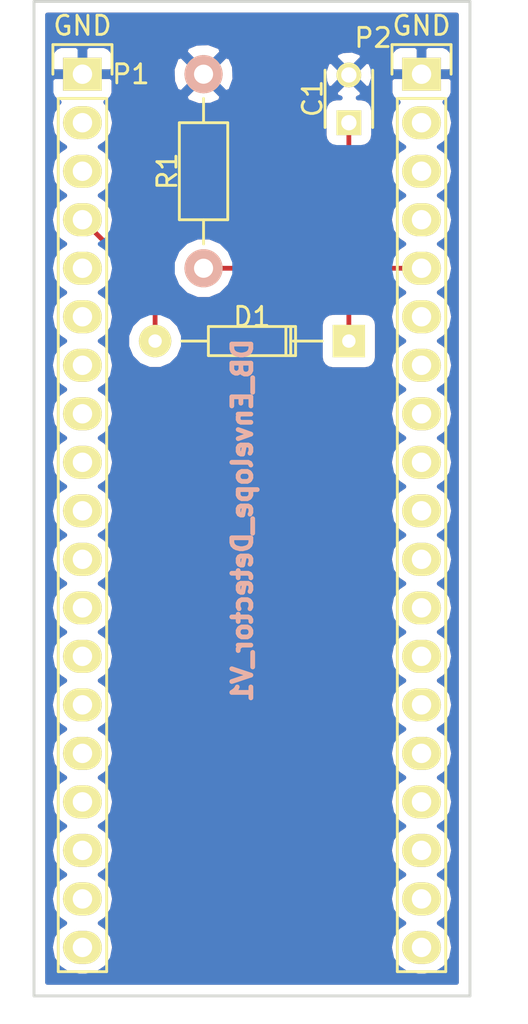
<source format=kicad_pcb>
(kicad_pcb (version 4) (host pcbnew 4.0.3+e1-6302~38~ubuntu16.04.1-stable)

  (general
    (links 7)
    (no_connects 0)
    (area 126.411667 101.524999 154.258334 155.38)
    (thickness 1.6)
    (drawings 5)
    (tracks 9)
    (zones 0)
    (modules 5)
    (nets 38)
  )

  (page A4)
  (layers
    (0 F.Cu signal)
    (31 B.Cu signal)
    (32 B.Adhes user)
    (33 F.Adhes user)
    (34 B.Paste user)
    (35 F.Paste user)
    (36 B.SilkS user)
    (37 F.SilkS user)
    (38 B.Mask user)
    (39 F.Mask user)
    (40 Dwgs.User user)
    (41 Cmts.User user)
    (42 Eco1.User user)
    (43 Eco2.User user)
    (44 Edge.Cuts user)
    (45 Margin user)
    (46 B.CrtYd user)
    (47 F.CrtYd user)
    (48 B.Fab user)
    (49 F.Fab user)
  )

  (setup
    (last_trace_width 0.25)
    (trace_clearance 0.2)
    (zone_clearance 0.508)
    (zone_45_only no)
    (trace_min 0.2)
    (segment_width 0.2)
    (edge_width 0.15)
    (via_size 0.6)
    (via_drill 0.4)
    (via_min_size 0.4)
    (via_min_drill 0.3)
    (uvia_size 0.3)
    (uvia_drill 0.1)
    (uvias_allowed no)
    (uvia_min_size 0.2)
    (uvia_min_drill 0.1)
    (pcb_text_width 0.3)
    (pcb_text_size 1 1)
    (mod_edge_width 0.15)
    (mod_text_size 1 1)
    (mod_text_width 0.15)
    (pad_size 1.524 1.524)
    (pad_drill 0.762)
    (pad_to_mask_clearance 0.2)
    (aux_axis_origin 0 0)
    (visible_elements 7FFFFFFF)
    (pcbplotparams
      (layerselection 0x000f0_80000001)
      (usegerberextensions false)
      (excludeedgelayer true)
      (linewidth 0.100000)
      (plotframeref false)
      (viasonmask false)
      (mode 1)
      (useauxorigin false)
      (hpglpennumber 1)
      (hpglpenspeed 20)
      (hpglpendiameter 15)
      (hpglpenoverlay 2)
      (psnegative false)
      (psa4output false)
      (plotreference true)
      (plotvalue true)
      (plotinvisibletext false)
      (padsonsilk false)
      (subtractmaskfromsilk false)
      (outputformat 1)
      (mirror false)
      (drillshape 0)
      (scaleselection 1)
      (outputdirectory gerber/))
  )

  (net 0 "")
  (net 1 "Net-(C1-Pad1)")
  (net 2 "Net-(D1-Pad2)")
  (net 3 "Net-(P1-Pad2)")
  (net 4 "Net-(P1-Pad3)")
  (net 5 "Net-(P1-Pad5)")
  (net 6 "Net-(P1-Pad6)")
  (net 7 "Net-(P1-Pad7)")
  (net 8 "Net-(P1-Pad8)")
  (net 9 "Net-(P1-Pad9)")
  (net 10 "Net-(P1-Pad10)")
  (net 11 "Net-(P1-Pad11)")
  (net 12 "Net-(P1-Pad12)")
  (net 13 "Net-(P1-Pad13)")
  (net 14 "Net-(P1-Pad14)")
  (net 15 "Net-(P1-Pad15)")
  (net 16 "Net-(P1-Pad16)")
  (net 17 "Net-(P1-Pad17)")
  (net 18 "Net-(P1-Pad18)")
  (net 19 "Net-(P1-Pad19)")
  (net 20 "Net-(P2-Pad2)")
  (net 21 "Net-(P2-Pad3)")
  (net 22 "Net-(P2-Pad4)")
  (net 23 "Net-(P2-Pad6)")
  (net 24 "Net-(P2-Pad7)")
  (net 25 "Net-(P2-Pad8)")
  (net 26 "Net-(P2-Pad9)")
  (net 27 "Net-(P2-Pad10)")
  (net 28 "Net-(P2-Pad11)")
  (net 29 "Net-(P2-Pad12)")
  (net 30 "Net-(P2-Pad13)")
  (net 31 "Net-(P2-Pad14)")
  (net 32 "Net-(P2-Pad15)")
  (net 33 "Net-(P2-Pad16)")
  (net 34 "Net-(P2-Pad17)")
  (net 35 "Net-(P2-Pad18)")
  (net 36 "Net-(P2-Pad19)")
  (net 37 GND)

  (net_class Default "This is the default net class."
    (clearance 0.2)
    (trace_width 0.25)
    (via_dia 0.6)
    (via_drill 0.4)
    (uvia_dia 0.3)
    (uvia_drill 0.1)
    (add_net GND)
    (add_net "Net-(C1-Pad1)")
    (add_net "Net-(D1-Pad2)")
    (add_net "Net-(P1-Pad10)")
    (add_net "Net-(P1-Pad11)")
    (add_net "Net-(P1-Pad12)")
    (add_net "Net-(P1-Pad13)")
    (add_net "Net-(P1-Pad14)")
    (add_net "Net-(P1-Pad15)")
    (add_net "Net-(P1-Pad16)")
    (add_net "Net-(P1-Pad17)")
    (add_net "Net-(P1-Pad18)")
    (add_net "Net-(P1-Pad19)")
    (add_net "Net-(P1-Pad2)")
    (add_net "Net-(P1-Pad3)")
    (add_net "Net-(P1-Pad5)")
    (add_net "Net-(P1-Pad6)")
    (add_net "Net-(P1-Pad7)")
    (add_net "Net-(P1-Pad8)")
    (add_net "Net-(P1-Pad9)")
    (add_net "Net-(P2-Pad10)")
    (add_net "Net-(P2-Pad11)")
    (add_net "Net-(P2-Pad12)")
    (add_net "Net-(P2-Pad13)")
    (add_net "Net-(P2-Pad14)")
    (add_net "Net-(P2-Pad15)")
    (add_net "Net-(P2-Pad16)")
    (add_net "Net-(P2-Pad17)")
    (add_net "Net-(P2-Pad18)")
    (add_net "Net-(P2-Pad19)")
    (add_net "Net-(P2-Pad2)")
    (add_net "Net-(P2-Pad3)")
    (add_net "Net-(P2-Pad4)")
    (add_net "Net-(P2-Pad6)")
    (add_net "Net-(P2-Pad7)")
    (add_net "Net-(P2-Pad8)")
    (add_net "Net-(P2-Pad9)")
  )

  (module Capacitors_ThroughHole:C_Disc_D3_P2.5 (layer F.Cu) (tedit 57B461C0) (tstamp 57AB4846)
    (at 144.78 107.95 90)
    (descr "Capacitor 3mm Disc, Pitch 2.5mm")
    (tags Capacitor)
    (path /57A4D575)
    (fp_text reference C1 (at 1.27 -1.905 90) (layer F.SilkS)
      (effects (font (size 1 1) (thickness 0.15)))
    )
    (fp_text value 10p (at 1.27 1.905 90) (layer F.Fab)
      (effects (font (size 1 1) (thickness 0.15)))
    )
    (fp_line (start -0.9 -1.5) (end 3.4 -1.5) (layer F.CrtYd) (width 0.05))
    (fp_line (start 3.4 -1.5) (end 3.4 1.5) (layer F.CrtYd) (width 0.05))
    (fp_line (start 3.4 1.5) (end -0.9 1.5) (layer F.CrtYd) (width 0.05))
    (fp_line (start -0.9 1.5) (end -0.9 -1.5) (layer F.CrtYd) (width 0.05))
    (fp_line (start -0.25 -1.25) (end 2.75 -1.25) (layer F.SilkS) (width 0.15))
    (fp_line (start 2.75 1.25) (end -0.25 1.25) (layer F.SilkS) (width 0.15))
    (pad 1 thru_hole rect (at 0 0 90) (size 1.3 1.3) (drill 0.8) (layers *.Cu *.Mask F.SilkS)
      (net 1 "Net-(C1-Pad1)"))
    (pad 2 thru_hole circle (at 2.5 0 90) (size 1.3 1.3) (drill 0.8001) (layers *.Cu *.Mask F.SilkS)
      (net 37 GND))
    (model Capacitors_ThroughHole.3dshapes/C_Disc_D3_P2.5.wrl
      (at (xyz 0.0492126 0 0))
      (scale (xyz 1 1 1))
      (rotate (xyz 0 0 0))
    )
  )

  (module Resistors_ThroughHole:Resistor_Horizontal_RM10mm (layer F.Cu) (tedit 57B4619E) (tstamp 57AB4880)
    (at 137.16 115.57 90)
    (descr "Resistor, Axial,  RM 10mm, 1/3W")
    (tags "Resistor Axial RM 10mm 1/3W")
    (path /57A4D538)
    (fp_text reference R1 (at 5.08 -1.905 90) (layer F.SilkS)
      (effects (font (size 1 1) (thickness 0.15)))
    )
    (fp_text value 3.9k (at 5.08 1.905 90) (layer F.Fab)
      (effects (font (size 1 1) (thickness 0.15)))
    )
    (fp_line (start -1.25 -1.5) (end 11.4 -1.5) (layer F.CrtYd) (width 0.05))
    (fp_line (start -1.25 1.5) (end -1.25 -1.5) (layer F.CrtYd) (width 0.05))
    (fp_line (start 11.4 -1.5) (end 11.4 1.5) (layer F.CrtYd) (width 0.05))
    (fp_line (start -1.25 1.5) (end 11.4 1.5) (layer F.CrtYd) (width 0.05))
    (fp_line (start 2.54 -1.27) (end 7.62 -1.27) (layer F.SilkS) (width 0.15))
    (fp_line (start 7.62 -1.27) (end 7.62 1.27) (layer F.SilkS) (width 0.15))
    (fp_line (start 7.62 1.27) (end 2.54 1.27) (layer F.SilkS) (width 0.15))
    (fp_line (start 2.54 1.27) (end 2.54 -1.27) (layer F.SilkS) (width 0.15))
    (fp_line (start 2.54 0) (end 1.27 0) (layer F.SilkS) (width 0.15))
    (fp_line (start 7.62 0) (end 8.89 0) (layer F.SilkS) (width 0.15))
    (pad 1 thru_hole circle (at 0 0 90) (size 1.99898 1.99898) (drill 1.00076) (layers *.Cu *.SilkS *.Mask)
      (net 1 "Net-(C1-Pad1)"))
    (pad 2 thru_hole circle (at 10.16 0 90) (size 1.99898 1.99898) (drill 1.00076) (layers *.Cu *.SilkS *.Mask)
      (net 37 GND))
    (model Resistors_ThroughHole.3dshapes/Resistor_Horizontal_RM10mm.wrl
      (at (xyz 0.2 0 0))
      (scale (xyz 0.4 0.4 0.4))
      (rotate (xyz 0 0 0))
    )
  )

  (module Diodes_ThroughHole:Diode_DO-35_SOD27_Horizontal_RM10 (layer F.Cu) (tedit 57B4618B) (tstamp 57AB484C)
    (at 144.78 119.38 180)
    (descr "Diode, DO-35,  SOD27, Horizontal, RM 10mm")
    (tags "Diode, DO-35, SOD27, Horizontal, RM 10mm, 1N4148,")
    (path /57A4D48B)
    (fp_text reference D1 (at 5.08 1.27 180) (layer F.SilkS)
      (effects (font (size 1 1) (thickness 0.15)))
    )
    (fp_text value 1N60 (at 5.08 -1.27 180) (layer F.Fab)
      (effects (font (size 1 1) (thickness 0.15)))
    )
    (fp_line (start 7.36652 -0.00254) (end 8.76352 -0.00254) (layer F.SilkS) (width 0.15))
    (fp_line (start 2.92152 -0.00254) (end 1.39752 -0.00254) (layer F.SilkS) (width 0.15))
    (fp_line (start 3.30252 -0.76454) (end 3.30252 0.75946) (layer F.SilkS) (width 0.15))
    (fp_line (start 3.04852 -0.76454) (end 3.04852 0.75946) (layer F.SilkS) (width 0.15))
    (fp_line (start 2.79452 -0.00254) (end 2.79452 0.75946) (layer F.SilkS) (width 0.15))
    (fp_line (start 2.79452 0.75946) (end 7.36652 0.75946) (layer F.SilkS) (width 0.15))
    (fp_line (start 7.36652 0.75946) (end 7.36652 -0.76454) (layer F.SilkS) (width 0.15))
    (fp_line (start 7.36652 -0.76454) (end 2.79452 -0.76454) (layer F.SilkS) (width 0.15))
    (fp_line (start 2.79452 -0.76454) (end 2.79452 -0.00254) (layer F.SilkS) (width 0.15))
    (pad 2 thru_hole circle (at 10.16052 -0.00254) (size 1.69926 1.69926) (drill 0.70104) (layers *.Cu *.Mask F.SilkS)
      (net 2 "Net-(D1-Pad2)"))
    (pad 1 thru_hole rect (at 0.00052 -0.00254) (size 1.69926 1.69926) (drill 0.70104) (layers *.Cu *.Mask F.SilkS)
      (net 1 "Net-(C1-Pad1)"))
    (model Diodes_ThroughHole.3dshapes/Diode_DO-35_SOD27_Horizontal_RM10.wrl
      (at (xyz 0.2 0 0))
      (scale (xyz 0.4 0.4 0.4))
      (rotate (xyz 0 0 180))
    )
  )

  (module Echopen:Header_pin_1x19 (layer F.Cu) (tedit 57BC6361) (tstamp 57AB487A)
    (at 148.59 128.27)
    (descr "Through hole socket strip")
    (tags "socket strip")
    (path /57A857FF)
    (fp_text reference P2 (at -2.54 -24.765) (layer F.SilkS)
      (effects (font (size 1 1) (thickness 0.15)))
    )
    (fp_text value CONN_01X19 (at 0.635 26.035) (layer F.Fab)
      (effects (font (size 1 1) (thickness 0.15)))
    )
    (fp_text user GND (at 0 -25.4) (layer F.SilkS)
      (effects (font (size 1 1) (thickness 0.15)))
    )
    (fp_line (start 1.75 -24.61) (end -1.75 -24.61) (layer F.CrtYd) (width 0.05))
    (fp_line (start 1.75 24.64) (end -1.75 24.64) (layer F.CrtYd) (width 0.05))
    (fp_line (start 1.75 -24.61) (end 1.75 24.64) (layer F.CrtYd) (width 0.05))
    (fp_line (start -1.75 -24.61) (end -1.75 24.64) (layer F.CrtYd) (width 0.05))
    (fp_line (start -1.27 -21.59) (end -1.27 24.13) (layer F.SilkS) (width 0.15))
    (fp_line (start -1.27 24.13) (end 1.27 24.13) (layer F.SilkS) (width 0.15))
    (fp_line (start 1.27 24.13) (end 1.27 -21.59) (layer F.SilkS) (width 0.15))
    (fp_line (start -1.55 -24.41) (end -1.55 -22.86) (layer F.SilkS) (width 0.15))
    (fp_line (start -1.27 -21.59) (end 1.27 -21.59) (layer F.SilkS) (width 0.15))
    (fp_line (start 1.55 -22.86) (end 1.55 -24.41) (layer F.SilkS) (width 0.15))
    (fp_line (start 1.55 -24.41) (end -1.55 -24.41) (layer F.SilkS) (width 0.15))
    (pad 1 thru_hole rect (at 0 -22.86 270) (size 1.7272 2.032) (drill 1.016) (layers *.Cu *.Mask F.SilkS)
      (net 37 GND))
    (pad 2 thru_hole oval (at 0 -20.32 270) (size 1.7272 2.032) (drill 1.016) (layers *.Cu *.Mask F.SilkS)
      (net 20 "Net-(P2-Pad2)"))
    (pad 3 thru_hole oval (at 0 -17.78 270) (size 1.7272 2.032) (drill 1.016) (layers *.Cu *.Mask F.SilkS)
      (net 21 "Net-(P2-Pad3)"))
    (pad 4 thru_hole oval (at 0 -15.24 270) (size 1.7272 2.032) (drill 1.016) (layers *.Cu *.Mask F.SilkS)
      (net 22 "Net-(P2-Pad4)"))
    (pad 5 thru_hole oval (at 0 -12.7 270) (size 1.7272 2.032) (drill 1.016) (layers *.Cu *.Mask F.SilkS)
      (net 1 "Net-(C1-Pad1)"))
    (pad 6 thru_hole oval (at 0 -10.16 270) (size 1.7272 2.032) (drill 1.016) (layers *.Cu *.Mask F.SilkS)
      (net 23 "Net-(P2-Pad6)"))
    (pad 7 thru_hole oval (at 0 -7.62 270) (size 1.7272 2.032) (drill 1.016) (layers *.Cu *.Mask F.SilkS)
      (net 24 "Net-(P2-Pad7)"))
    (pad 8 thru_hole oval (at 0 -5.08 270) (size 1.7272 2.032) (drill 1.016) (layers *.Cu *.Mask F.SilkS)
      (net 25 "Net-(P2-Pad8)"))
    (pad 9 thru_hole oval (at 0 -2.54 270) (size 1.7272 2.032) (drill 1.016) (layers *.Cu *.Mask F.SilkS)
      (net 26 "Net-(P2-Pad9)"))
    (pad 10 thru_hole oval (at 0 0 270) (size 1.7272 2.032) (drill 1.016) (layers *.Cu *.Mask F.SilkS)
      (net 27 "Net-(P2-Pad10)"))
    (pad 11 thru_hole oval (at 0 2.54 270) (size 1.7272 2.032) (drill 1.016) (layers *.Cu *.Mask F.SilkS)
      (net 28 "Net-(P2-Pad11)"))
    (pad 12 thru_hole oval (at 0 5.08 270) (size 1.7272 2.032) (drill 1.016) (layers *.Cu *.Mask F.SilkS)
      (net 29 "Net-(P2-Pad12)"))
    (pad 13 thru_hole oval (at 0 7.62 270) (size 1.7272 2.032) (drill 1.016) (layers *.Cu *.Mask F.SilkS)
      (net 30 "Net-(P2-Pad13)"))
    (pad 14 thru_hole oval (at 0 10.16 270) (size 1.7272 2.032) (drill 1.016) (layers *.Cu *.Mask F.SilkS)
      (net 31 "Net-(P2-Pad14)"))
    (pad 15 thru_hole oval (at 0 12.7 270) (size 1.7272 2.032) (drill 1.016) (layers *.Cu *.Mask F.SilkS)
      (net 32 "Net-(P2-Pad15)"))
    (pad 16 thru_hole oval (at 0 15.24 270) (size 1.7272 2.032) (drill 1.016) (layers *.Cu *.Mask F.SilkS)
      (net 33 "Net-(P2-Pad16)"))
    (pad 17 thru_hole oval (at 0 17.78 270) (size 1.7272 2.032) (drill 1.016) (layers *.Cu *.Mask F.SilkS)
      (net 34 "Net-(P2-Pad17)"))
    (pad 18 thru_hole oval (at 0 20.32 270) (size 1.7272 2.032) (drill 1.016) (layers *.Cu *.Mask F.SilkS)
      (net 35 "Net-(P2-Pad18)"))
    (pad 19 thru_hole oval (at 0 22.86 270) (size 1.7272 2.032) (drill 1.016) (layers *.Cu *.Mask F.SilkS)
      (net 36 "Net-(P2-Pad19)"))
    (model Pin_Headers.3dshapes/Pin_Header_Straight_1x19.wrl
      (at (xyz 0 0 -0.05))
      (scale (xyz 1 1 1))
      (rotate (xyz 0 180 90))
    )
  )

  (module Echopen:Header_pin_1x19 (layer F.Cu) (tedit 57BC6357) (tstamp 57AB4863)
    (at 130.81 128.27)
    (descr "Through hole socket strip")
    (tags "socket strip")
    (path /57A857B8)
    (fp_text reference P1 (at 2.54 -22.86) (layer F.SilkS)
      (effects (font (size 1 1) (thickness 0.15)))
    )
    (fp_text value CONN_01X19 (at 0.635 26.035) (layer F.Fab)
      (effects (font (size 1 1) (thickness 0.15)))
    )
    (fp_text user GND (at 0 -25.4) (layer F.SilkS)
      (effects (font (size 1 1) (thickness 0.15)))
    )
    (fp_line (start 1.75 -24.61) (end -1.75 -24.61) (layer F.CrtYd) (width 0.05))
    (fp_line (start 1.75 24.64) (end -1.75 24.64) (layer F.CrtYd) (width 0.05))
    (fp_line (start 1.75 -24.61) (end 1.75 24.64) (layer F.CrtYd) (width 0.05))
    (fp_line (start -1.75 -24.61) (end -1.75 24.64) (layer F.CrtYd) (width 0.05))
    (fp_line (start -1.27 -21.59) (end -1.27 24.13) (layer F.SilkS) (width 0.15))
    (fp_line (start -1.27 24.13) (end 1.27 24.13) (layer F.SilkS) (width 0.15))
    (fp_line (start 1.27 24.13) (end 1.27 -21.59) (layer F.SilkS) (width 0.15))
    (fp_line (start -1.55 -24.41) (end -1.55 -22.86) (layer F.SilkS) (width 0.15))
    (fp_line (start -1.27 -21.59) (end 1.27 -21.59) (layer F.SilkS) (width 0.15))
    (fp_line (start 1.55 -22.86) (end 1.55 -24.41) (layer F.SilkS) (width 0.15))
    (fp_line (start 1.55 -24.41) (end -1.55 -24.41) (layer F.SilkS) (width 0.15))
    (pad 1 thru_hole rect (at 0 -22.86 270) (size 1.7272 2.032) (drill 1.016) (layers *.Cu *.Mask F.SilkS)
      (net 37 GND))
    (pad 2 thru_hole oval (at 0 -20.32 270) (size 1.7272 2.032) (drill 1.016) (layers *.Cu *.Mask F.SilkS)
      (net 3 "Net-(P1-Pad2)"))
    (pad 3 thru_hole oval (at 0 -17.78 270) (size 1.7272 2.032) (drill 1.016) (layers *.Cu *.Mask F.SilkS)
      (net 4 "Net-(P1-Pad3)"))
    (pad 4 thru_hole oval (at 0 -15.24 270) (size 1.7272 2.032) (drill 1.016) (layers *.Cu *.Mask F.SilkS)
      (net 2 "Net-(D1-Pad2)"))
    (pad 5 thru_hole oval (at 0 -12.7 270) (size 1.7272 2.032) (drill 1.016) (layers *.Cu *.Mask F.SilkS)
      (net 5 "Net-(P1-Pad5)"))
    (pad 6 thru_hole oval (at 0 -10.16 270) (size 1.7272 2.032) (drill 1.016) (layers *.Cu *.Mask F.SilkS)
      (net 6 "Net-(P1-Pad6)"))
    (pad 7 thru_hole oval (at 0 -7.62 270) (size 1.7272 2.032) (drill 1.016) (layers *.Cu *.Mask F.SilkS)
      (net 7 "Net-(P1-Pad7)"))
    (pad 8 thru_hole oval (at 0 -5.08 270) (size 1.7272 2.032) (drill 1.016) (layers *.Cu *.Mask F.SilkS)
      (net 8 "Net-(P1-Pad8)"))
    (pad 9 thru_hole oval (at 0 -2.54 270) (size 1.7272 2.032) (drill 1.016) (layers *.Cu *.Mask F.SilkS)
      (net 9 "Net-(P1-Pad9)"))
    (pad 10 thru_hole oval (at 0 0 270) (size 1.7272 2.032) (drill 1.016) (layers *.Cu *.Mask F.SilkS)
      (net 10 "Net-(P1-Pad10)"))
    (pad 11 thru_hole oval (at 0 2.54 270) (size 1.7272 2.032) (drill 1.016) (layers *.Cu *.Mask F.SilkS)
      (net 11 "Net-(P1-Pad11)"))
    (pad 12 thru_hole oval (at 0 5.08 270) (size 1.7272 2.032) (drill 1.016) (layers *.Cu *.Mask F.SilkS)
      (net 12 "Net-(P1-Pad12)"))
    (pad 13 thru_hole oval (at 0 7.62 270) (size 1.7272 2.032) (drill 1.016) (layers *.Cu *.Mask F.SilkS)
      (net 13 "Net-(P1-Pad13)"))
    (pad 14 thru_hole oval (at 0 10.16 270) (size 1.7272 2.032) (drill 1.016) (layers *.Cu *.Mask F.SilkS)
      (net 14 "Net-(P1-Pad14)"))
    (pad 15 thru_hole oval (at 0 12.7 270) (size 1.7272 2.032) (drill 1.016) (layers *.Cu *.Mask F.SilkS)
      (net 15 "Net-(P1-Pad15)"))
    (pad 16 thru_hole oval (at 0 15.24 270) (size 1.7272 2.032) (drill 1.016) (layers *.Cu *.Mask F.SilkS)
      (net 16 "Net-(P1-Pad16)"))
    (pad 17 thru_hole oval (at 0 17.78 270) (size 1.7272 2.032) (drill 1.016) (layers *.Cu *.Mask F.SilkS)
      (net 17 "Net-(P1-Pad17)"))
    (pad 18 thru_hole oval (at 0 20.32 270) (size 1.7272 2.032) (drill 1.016) (layers *.Cu *.Mask F.SilkS)
      (net 18 "Net-(P1-Pad18)"))
    (pad 19 thru_hole oval (at 0 22.86 270) (size 1.7272 2.032) (drill 1.016) (layers *.Cu *.Mask F.SilkS)
      (net 19 "Net-(P1-Pad19)"))
    (model Pin_Headers.3dshapes/Pin_Header_Straight_1x19.wrl
      (at (xyz 0 0 -0.05))
      (scale (xyz 1 1 1))
      (rotate (xyz 0 180 90))
    )
  )

  (gr_text DB_Envelope_Detector_V1 (at 139.192 128.778 90) (layer B.SilkS)
    (effects (font (size 1 1) (thickness 0.25)) (justify mirror))
  )
  (gr_line (start 151.13 101.6) (end 128.27 101.6) (angle 90) (layer Edge.Cuts) (width 0.15))
  (gr_line (start 151.13 153.67) (end 151.13 101.6) (angle 90) (layer Edge.Cuts) (width 0.15))
  (gr_line (start 128.27 153.67) (end 151.13 153.67) (angle 90) (layer Edge.Cuts) (width 0.15))
  (gr_line (start 128.27 101.6) (end 128.27 153.67) (angle 90) (layer Edge.Cuts) (width 0.15))

  (segment (start 144.77948 115.57) (end 148.59 115.57) (width 0.25) (layer F.Cu) (net 1))
  (segment (start 137.16 115.57) (end 144.77948 115.57) (width 0.25) (layer F.Cu) (net 1))
  (segment (start 144.77948 115.57) (end 144.78 115.57) (width 0.25) (layer F.Cu) (net 1) (tstamp 57BB3452))
  (segment (start 144.78 115.57) (end 144.77948 115.57) (width 0.25) (layer F.Cu) (net 1) (tstamp 57BB3454))
  (segment (start 144.77948 119.38254) (end 144.77948 115.57) (width 0.25) (layer F.Cu) (net 1) (status 30))
  (segment (start 144.77948 115.57) (end 144.77948 107.95052) (width 0.25) (layer F.Cu) (net 1) (tstamp 57BB3455) (status 30))
  (segment (start 144.77948 107.95052) (end 144.78 107.95) (width 0.25) (layer F.Cu) (net 1) (tstamp 57AC31D2) (status 30))
  (segment (start 134.61948 119.38254) (end 134.61948 116.83948) (width 0.25) (layer F.Cu) (net 2))
  (segment (start 134.61948 116.83948) (end 130.81 113.03) (width 0.25) (layer F.Cu) (net 2) (tstamp 57BB344C) (status 20))

  (zone (net 37) (net_name GND) (layer F.Cu) (tstamp 57BB3685) (hatch edge 0.508)
    (connect_pads (clearance 0.508))
    (min_thickness 0.254)
    (fill yes (arc_segments 16) (thermal_gap 0.508) (thermal_bridge_width 0.508))
    (polygon
      (pts
        (xy 151.13 153.67) (xy 128.27 153.67) (xy 128.27 101.6) (xy 151.13 101.6)
      )
    )
    (filled_polygon
      (pts
        (xy 150.42 152.96) (xy 128.98 152.96) (xy 128.98 107.95) (xy 129.126655 107.95) (xy 129.240729 108.523489)
        (xy 129.565585 109.00967) (xy 129.880366 109.22) (xy 129.565585 109.43033) (xy 129.240729 109.916511) (xy 129.126655 110.49)
        (xy 129.240729 111.063489) (xy 129.565585 111.54967) (xy 129.880366 111.76) (xy 129.565585 111.97033) (xy 129.240729 112.456511)
        (xy 129.126655 113.03) (xy 129.240729 113.603489) (xy 129.565585 114.08967) (xy 129.880366 114.3) (xy 129.565585 114.51033)
        (xy 129.240729 114.996511) (xy 129.126655 115.57) (xy 129.240729 116.143489) (xy 129.565585 116.62967) (xy 129.880366 116.84)
        (xy 129.565585 117.05033) (xy 129.240729 117.536511) (xy 129.126655 118.11) (xy 129.240729 118.683489) (xy 129.565585 119.16967)
        (xy 129.880366 119.38) (xy 129.565585 119.59033) (xy 129.240729 120.076511) (xy 129.126655 120.65) (xy 129.240729 121.223489)
        (xy 129.565585 121.70967) (xy 129.880366 121.92) (xy 129.565585 122.13033) (xy 129.240729 122.616511) (xy 129.126655 123.19)
        (xy 129.240729 123.763489) (xy 129.565585 124.24967) (xy 129.880366 124.46) (xy 129.565585 124.67033) (xy 129.240729 125.156511)
        (xy 129.126655 125.73) (xy 129.240729 126.303489) (xy 129.565585 126.78967) (xy 129.880366 127) (xy 129.565585 127.21033)
        (xy 129.240729 127.696511) (xy 129.126655 128.27) (xy 129.240729 128.843489) (xy 129.565585 129.32967) (xy 129.880366 129.54)
        (xy 129.565585 129.75033) (xy 129.240729 130.236511) (xy 129.126655 130.81) (xy 129.240729 131.383489) (xy 129.565585 131.86967)
        (xy 129.880366 132.08) (xy 129.565585 132.29033) (xy 129.240729 132.776511) (xy 129.126655 133.35) (xy 129.240729 133.923489)
        (xy 129.565585 134.40967) (xy 129.880366 134.62) (xy 129.565585 134.83033) (xy 129.240729 135.316511) (xy 129.126655 135.89)
        (xy 129.240729 136.463489) (xy 129.565585 136.94967) (xy 129.880366 137.16) (xy 129.565585 137.37033) (xy 129.240729 137.856511)
        (xy 129.126655 138.43) (xy 129.240729 139.003489) (xy 129.565585 139.48967) (xy 129.880366 139.7) (xy 129.565585 139.91033)
        (xy 129.240729 140.396511) (xy 129.126655 140.97) (xy 129.240729 141.543489) (xy 129.565585 142.02967) (xy 129.880366 142.24)
        (xy 129.565585 142.45033) (xy 129.240729 142.936511) (xy 129.126655 143.51) (xy 129.240729 144.083489) (xy 129.565585 144.56967)
        (xy 129.880366 144.78) (xy 129.565585 144.99033) (xy 129.240729 145.476511) (xy 129.126655 146.05) (xy 129.240729 146.623489)
        (xy 129.565585 147.10967) (xy 129.880366 147.32) (xy 129.565585 147.53033) (xy 129.240729 148.016511) (xy 129.126655 148.59)
        (xy 129.240729 149.163489) (xy 129.565585 149.64967) (xy 129.880366 149.86) (xy 129.565585 150.07033) (xy 129.240729 150.556511)
        (xy 129.126655 151.13) (xy 129.240729 151.703489) (xy 129.565585 152.18967) (xy 130.051766 152.514526) (xy 130.625255 152.6286)
        (xy 130.994745 152.6286) (xy 131.568234 152.514526) (xy 132.054415 152.18967) (xy 132.379271 151.703489) (xy 132.493345 151.13)
        (xy 132.379271 150.556511) (xy 132.054415 150.07033) (xy 131.739634 149.86) (xy 132.054415 149.64967) (xy 132.379271 149.163489)
        (xy 132.493345 148.59) (xy 132.379271 148.016511) (xy 132.054415 147.53033) (xy 131.739634 147.32) (xy 132.054415 147.10967)
        (xy 132.379271 146.623489) (xy 132.493345 146.05) (xy 132.379271 145.476511) (xy 132.054415 144.99033) (xy 131.739634 144.78)
        (xy 132.054415 144.56967) (xy 132.379271 144.083489) (xy 132.493345 143.51) (xy 132.379271 142.936511) (xy 132.054415 142.45033)
        (xy 131.739634 142.24) (xy 132.054415 142.02967) (xy 132.379271 141.543489) (xy 132.493345 140.97) (xy 132.379271 140.396511)
        (xy 132.054415 139.91033) (xy 131.739634 139.7) (xy 132.054415 139.48967) (xy 132.379271 139.003489) (xy 132.493345 138.43)
        (xy 132.379271 137.856511) (xy 132.054415 137.37033) (xy 131.739634 137.16) (xy 132.054415 136.94967) (xy 132.379271 136.463489)
        (xy 132.493345 135.89) (xy 132.379271 135.316511) (xy 132.054415 134.83033) (xy 131.739634 134.62) (xy 132.054415 134.40967)
        (xy 132.379271 133.923489) (xy 132.493345 133.35) (xy 132.379271 132.776511) (xy 132.054415 132.29033) (xy 131.739634 132.08)
        (xy 132.054415 131.86967) (xy 132.379271 131.383489) (xy 132.493345 130.81) (xy 132.379271 130.236511) (xy 132.054415 129.75033)
        (xy 131.739634 129.54) (xy 132.054415 129.32967) (xy 132.379271 128.843489) (xy 132.493345 128.27) (xy 132.379271 127.696511)
        (xy 132.054415 127.21033) (xy 131.739634 127) (xy 132.054415 126.78967) (xy 132.379271 126.303489) (xy 132.493345 125.73)
        (xy 132.379271 125.156511) (xy 132.054415 124.67033) (xy 131.739634 124.46) (xy 132.054415 124.24967) (xy 132.379271 123.763489)
        (xy 132.493345 123.19) (xy 132.379271 122.616511) (xy 132.054415 122.13033) (xy 131.739634 121.92) (xy 132.054415 121.70967)
        (xy 132.379271 121.223489) (xy 132.493345 120.65) (xy 132.379271 120.076511) (xy 132.054415 119.59033) (xy 131.739634 119.38)
        (xy 132.054415 119.16967) (xy 132.379271 118.683489) (xy 132.493345 118.11) (xy 132.379271 117.536511) (xy 132.054415 117.05033)
        (xy 131.739634 116.84) (xy 132.054415 116.62967) (xy 132.379271 116.143489) (xy 132.457152 115.751954) (xy 133.85948 117.154282)
        (xy 133.85948 118.090193) (xy 133.779603 118.123198) (xy 133.361606 118.540466) (xy 133.135108 119.085933) (xy 133.134592 119.676556)
        (xy 133.360138 120.222417) (xy 133.777406 120.640414) (xy 134.322873 120.866912) (xy 134.913496 120.867428) (xy 135.459357 120.641882)
        (xy 135.877354 120.224614) (xy 136.103852 119.679147) (xy 136.104368 119.088524) (xy 135.878822 118.542663) (xy 135.461554 118.124666)
        (xy 135.37948 118.090586) (xy 135.37948 116.83948) (xy 135.321628 116.548641) (xy 135.321628 116.54864) (xy 135.156881 116.302079)
        (xy 134.748496 115.893694) (xy 135.525226 115.893694) (xy 135.773538 116.494655) (xy 136.232927 116.954846) (xy 136.833453 117.204206)
        (xy 137.483694 117.204774) (xy 138.084655 116.956462) (xy 138.544846 116.497073) (xy 138.614221 116.33) (xy 144.01948 116.33)
        (xy 144.01948 117.88547) (xy 143.92985 117.88547) (xy 143.694533 117.929748) (xy 143.478409 118.06882) (xy 143.333419 118.28102)
        (xy 143.28241 118.53291) (xy 143.28241 120.23217) (xy 143.326688 120.467487) (xy 143.46576 120.683611) (xy 143.67796 120.828601)
        (xy 143.92985 120.87961) (xy 145.62911 120.87961) (xy 145.864427 120.835332) (xy 146.080551 120.69626) (xy 146.225541 120.48406)
        (xy 146.27655 120.23217) (xy 146.27655 118.53291) (xy 146.232272 118.297593) (xy 146.0932 118.081469) (xy 145.881 117.936479)
        (xy 145.62911 117.88547) (xy 145.53948 117.88547) (xy 145.53948 116.33) (xy 147.145352 116.33) (xy 147.345585 116.62967)
        (xy 147.660366 116.84) (xy 147.345585 117.05033) (xy 147.020729 117.536511) (xy 146.906655 118.11) (xy 147.020729 118.683489)
        (xy 147.345585 119.16967) (xy 147.660366 119.38) (xy 147.345585 119.59033) (xy 147.020729 120.076511) (xy 146.906655 120.65)
        (xy 147.020729 121.223489) (xy 147.345585 121.70967) (xy 147.660366 121.92) (xy 147.345585 122.13033) (xy 147.020729 122.616511)
        (xy 146.906655 123.19) (xy 147.020729 123.763489) (xy 147.345585 124.24967) (xy 147.660366 124.46) (xy 147.345585 124.67033)
        (xy 147.020729 125.156511) (xy 146.906655 125.73) (xy 147.020729 126.303489) (xy 147.345585 126.78967) (xy 147.660366 127)
        (xy 147.345585 127.21033) (xy 147.020729 127.696511) (xy 146.906655 128.27) (xy 147.020729 128.843489) (xy 147.345585 129.32967)
        (xy 147.660366 129.54) (xy 147.345585 129.75033) (xy 147.020729 130.236511) (xy 146.906655 130.81) (xy 147.020729 131.383489)
        (xy 147.345585 131.86967) (xy 147.660366 132.08) (xy 147.345585 132.29033) (xy 147.020729 132.776511) (xy 146.906655 133.35)
        (xy 147.020729 133.923489) (xy 147.345585 134.40967) (xy 147.660366 134.62) (xy 147.345585 134.83033) (xy 147.020729 135.316511)
        (xy 146.906655 135.89) (xy 147.020729 136.463489) (xy 147.345585 136.94967) (xy 147.660366 137.16) (xy 147.345585 137.37033)
        (xy 147.020729 137.856511) (xy 146.906655 138.43) (xy 147.020729 139.003489) (xy 147.345585 139.48967) (xy 147.660366 139.7)
        (xy 147.345585 139.91033) (xy 147.020729 140.396511) (xy 146.906655 140.97) (xy 147.020729 141.543489) (xy 147.345585 142.02967)
        (xy 147.660366 142.24) (xy 147.345585 142.45033) (xy 147.020729 142.936511) (xy 146.906655 143.51) (xy 147.020729 144.083489)
        (xy 147.345585 144.56967) (xy 147.660366 144.78) (xy 147.345585 144.99033) (xy 147.020729 145.476511) (xy 146.906655 146.05)
        (xy 147.020729 146.623489) (xy 147.345585 147.10967) (xy 147.660366 147.32) (xy 147.345585 147.53033) (xy 147.020729 148.016511)
        (xy 146.906655 148.59) (xy 147.020729 149.163489) (xy 147.345585 149.64967) (xy 147.660366 149.86) (xy 147.345585 150.07033)
        (xy 147.020729 150.556511) (xy 146.906655 151.13) (xy 147.020729 151.703489) (xy 147.345585 152.18967) (xy 147.831766 152.514526)
        (xy 148.405255 152.6286) (xy 148.774745 152.6286) (xy 149.348234 152.514526) (xy 149.834415 152.18967) (xy 150.159271 151.703489)
        (xy 150.273345 151.13) (xy 150.159271 150.556511) (xy 149.834415 150.07033) (xy 149.519634 149.86) (xy 149.834415 149.64967)
        (xy 150.159271 149.163489) (xy 150.273345 148.59) (xy 150.159271 148.016511) (xy 149.834415 147.53033) (xy 149.519634 147.32)
        (xy 149.834415 147.10967) (xy 150.159271 146.623489) (xy 150.273345 146.05) (xy 150.159271 145.476511) (xy 149.834415 144.99033)
        (xy 149.519634 144.78) (xy 149.834415 144.56967) (xy 150.159271 144.083489) (xy 150.273345 143.51) (xy 150.159271 142.936511)
        (xy 149.834415 142.45033) (xy 149.519634 142.24) (xy 149.834415 142.02967) (xy 150.159271 141.543489) (xy 150.273345 140.97)
        (xy 150.159271 140.396511) (xy 149.834415 139.91033) (xy 149.519634 139.7) (xy 149.834415 139.48967) (xy 150.159271 139.003489)
        (xy 150.273345 138.43) (xy 150.159271 137.856511) (xy 149.834415 137.37033) (xy 149.519634 137.16) (xy 149.834415 136.94967)
        (xy 150.159271 136.463489) (xy 150.273345 135.89) (xy 150.159271 135.316511) (xy 149.834415 134.83033) (xy 149.519634 134.62)
        (xy 149.834415 134.40967) (xy 150.159271 133.923489) (xy 150.273345 133.35) (xy 150.159271 132.776511) (xy 149.834415 132.29033)
        (xy 149.519634 132.08) (xy 149.834415 131.86967) (xy 150.159271 131.383489) (xy 150.273345 130.81) (xy 150.159271 130.236511)
        (xy 149.834415 129.75033) (xy 149.519634 129.54) (xy 149.834415 129.32967) (xy 150.159271 128.843489) (xy 150.273345 128.27)
        (xy 150.159271 127.696511) (xy 149.834415 127.21033) (xy 149.519634 127) (xy 149.834415 126.78967) (xy 150.159271 126.303489)
        (xy 150.273345 125.73) (xy 150.159271 125.156511) (xy 149.834415 124.67033) (xy 149.519634 124.46) (xy 149.834415 124.24967)
        (xy 150.159271 123.763489) (xy 150.273345 123.19) (xy 150.159271 122.616511) (xy 149.834415 122.13033) (xy 149.519634 121.92)
        (xy 149.834415 121.70967) (xy 150.159271 121.223489) (xy 150.273345 120.65) (xy 150.159271 120.076511) (xy 149.834415 119.59033)
        (xy 149.519634 119.38) (xy 149.834415 119.16967) (xy 150.159271 118.683489) (xy 150.273345 118.11) (xy 150.159271 117.536511)
        (xy 149.834415 117.05033) (xy 149.519634 116.84) (xy 149.834415 116.62967) (xy 150.159271 116.143489) (xy 150.273345 115.57)
        (xy 150.159271 114.996511) (xy 149.834415 114.51033) (xy 149.519634 114.3) (xy 149.834415 114.08967) (xy 150.159271 113.603489)
        (xy 150.273345 113.03) (xy 150.159271 112.456511) (xy 149.834415 111.97033) (xy 149.519634 111.76) (xy 149.834415 111.54967)
        (xy 150.159271 111.063489) (xy 150.273345 110.49) (xy 150.159271 109.916511) (xy 149.834415 109.43033) (xy 149.519634 109.22)
        (xy 149.834415 109.00967) (xy 150.159271 108.523489) (xy 150.273345 107.95) (xy 150.159271 107.376511) (xy 149.834415 106.89033)
        (xy 149.81222 106.8755) (xy 149.965699 106.811927) (xy 150.144327 106.633298) (xy 150.241 106.399909) (xy 150.241 105.69575)
        (xy 150.08225 105.537) (xy 148.717 105.537) (xy 148.717 105.557) (xy 148.463 105.557) (xy 148.463 105.537)
        (xy 147.09775 105.537) (xy 146.939 105.69575) (xy 146.939 106.399909) (xy 147.035673 106.633298) (xy 147.214301 106.811927)
        (xy 147.36778 106.8755) (xy 147.345585 106.89033) (xy 147.020729 107.376511) (xy 146.906655 107.95) (xy 147.020729 108.523489)
        (xy 147.345585 109.00967) (xy 147.660366 109.22) (xy 147.345585 109.43033) (xy 147.020729 109.916511) (xy 146.906655 110.49)
        (xy 147.020729 111.063489) (xy 147.345585 111.54967) (xy 147.660366 111.76) (xy 147.345585 111.97033) (xy 147.020729 112.456511)
        (xy 146.906655 113.03) (xy 147.020729 113.603489) (xy 147.345585 114.08967) (xy 147.660366 114.3) (xy 147.345585 114.51033)
        (xy 147.145352 114.81) (xy 145.53948 114.81) (xy 145.53948 109.22684) (xy 145.665317 109.203162) (xy 145.881441 109.06409)
        (xy 146.026431 108.85189) (xy 146.07744 108.6) (xy 146.07744 107.3) (xy 146.033162 107.064683) (xy 145.89409 106.848559)
        (xy 145.68189 106.703569) (xy 145.43 106.65256) (xy 145.267615 106.65256) (xy 145.443729 106.579611) (xy 145.49941 106.349016)
        (xy 144.78 105.629605) (xy 144.06059 106.349016) (xy 144.116271 106.579611) (xy 144.325902 106.65256) (xy 144.13 106.65256)
        (xy 143.894683 106.696838) (xy 143.678559 106.83591) (xy 143.533569 107.04811) (xy 143.48256 107.3) (xy 143.48256 108.6)
        (xy 143.526838 108.835317) (xy 143.66591 109.051441) (xy 143.87811 109.196431) (xy 144.01948 109.225059) (xy 144.01948 114.81)
        (xy 138.614496 114.81) (xy 138.546462 114.645345) (xy 138.087073 114.185154) (xy 137.486547 113.935794) (xy 136.836306 113.935226)
        (xy 136.235345 114.183538) (xy 135.775154 114.642927) (xy 135.525794 115.243453) (xy 135.525226 115.893694) (xy 134.748496 115.893694)
        (xy 132.392381 113.537579) (xy 132.493345 113.03) (xy 132.379271 112.456511) (xy 132.054415 111.97033) (xy 131.739634 111.76)
        (xy 132.054415 111.54967) (xy 132.379271 111.063489) (xy 132.493345 110.49) (xy 132.379271 109.916511) (xy 132.054415 109.43033)
        (xy 131.739634 109.22) (xy 132.054415 109.00967) (xy 132.379271 108.523489) (xy 132.493345 107.95) (xy 132.379271 107.376511)
        (xy 132.054415 106.89033) (xy 132.03222 106.8755) (xy 132.185699 106.811927) (xy 132.364327 106.633298) (xy 132.393792 106.562163)
        (xy 136.187443 106.562163) (xy 136.286042 106.828965) (xy 136.895582 107.055401) (xy 137.545377 107.031341) (xy 138.033958 106.828965)
        (xy 138.132557 106.562163) (xy 137.16 105.589605) (xy 136.187443 106.562163) (xy 132.393792 106.562163) (xy 132.461 106.399909)
        (xy 132.461 105.69575) (xy 132.30225 105.537) (xy 130.937 105.537) (xy 130.937 105.557) (xy 130.683 105.557)
        (xy 130.683 105.537) (xy 129.31775 105.537) (xy 129.159 105.69575) (xy 129.159 106.399909) (xy 129.255673 106.633298)
        (xy 129.434301 106.811927) (xy 129.58778 106.8755) (xy 129.565585 106.89033) (xy 129.240729 107.376511) (xy 129.126655 107.95)
        (xy 128.98 107.95) (xy 128.98 104.420091) (xy 129.159 104.420091) (xy 129.159 105.12425) (xy 129.31775 105.283)
        (xy 130.683 105.283) (xy 130.683 104.07015) (xy 130.937 104.07015) (xy 130.937 105.283) (xy 132.30225 105.283)
        (xy 132.439668 105.145582) (xy 135.514599 105.145582) (xy 135.538659 105.795377) (xy 135.741035 106.283958) (xy 136.007837 106.382557)
        (xy 136.980395 105.41) (xy 137.339605 105.41) (xy 138.312163 106.382557) (xy 138.578965 106.283958) (xy 138.805401 105.674418)
        (xy 138.790393 105.269078) (xy 143.482378 105.269078) (xy 143.511917 105.779428) (xy 143.650389 106.113729) (xy 143.880984 106.16941)
        (xy 144.600395 105.45) (xy 144.959605 105.45) (xy 145.679016 106.16941) (xy 145.909611 106.113729) (xy 146.077622 105.630922)
        (xy 146.048083 105.120572) (xy 145.909611 104.786271) (xy 145.679016 104.73059) (xy 144.959605 105.45) (xy 144.600395 105.45)
        (xy 143.880984 104.73059) (xy 143.650389 104.786271) (xy 143.482378 105.269078) (xy 138.790393 105.269078) (xy 138.781341 105.024623)
        (xy 138.585155 104.550984) (xy 144.06059 104.550984) (xy 144.78 105.270395) (xy 145.49941 104.550984) (xy 145.467804 104.420091)
        (xy 146.939 104.420091) (xy 146.939 105.12425) (xy 147.09775 105.283) (xy 148.463 105.283) (xy 148.463 104.07015)
        (xy 148.717 104.07015) (xy 148.717 105.283) (xy 150.08225 105.283) (xy 150.241 105.12425) (xy 150.241 104.420091)
        (xy 150.144327 104.186702) (xy 149.965699 104.008073) (xy 149.73231 103.9114) (xy 148.87575 103.9114) (xy 148.717 104.07015)
        (xy 148.463 104.07015) (xy 148.30425 103.9114) (xy 147.44769 103.9114) (xy 147.214301 104.008073) (xy 147.035673 104.186702)
        (xy 146.939 104.420091) (xy 145.467804 104.420091) (xy 145.443729 104.320389) (xy 144.960922 104.152378) (xy 144.450572 104.181917)
        (xy 144.116271 104.320389) (xy 144.06059 104.550984) (xy 138.585155 104.550984) (xy 138.578965 104.536042) (xy 138.312163 104.437443)
        (xy 137.339605 105.41) (xy 136.980395 105.41) (xy 136.007837 104.437443) (xy 135.741035 104.536042) (xy 135.514599 105.145582)
        (xy 132.439668 105.145582) (xy 132.461 105.12425) (xy 132.461 104.420091) (xy 132.393793 104.257837) (xy 136.187443 104.257837)
        (xy 137.16 105.230395) (xy 138.132557 104.257837) (xy 138.033958 103.991035) (xy 137.424418 103.764599) (xy 136.774623 103.788659)
        (xy 136.286042 103.991035) (xy 136.187443 104.257837) (xy 132.393793 104.257837) (xy 132.364327 104.186702) (xy 132.185699 104.008073)
        (xy 131.95231 103.9114) (xy 131.09575 103.9114) (xy 130.937 104.07015) (xy 130.683 104.07015) (xy 130.52425 103.9114)
        (xy 129.66769 103.9114) (xy 129.434301 104.008073) (xy 129.255673 104.186702) (xy 129.159 104.420091) (xy 128.98 104.420091)
        (xy 128.98 102.31) (xy 150.42 102.31)
      )
    )
  )
  (zone (net 37) (net_name GND) (layer B.Cu) (tstamp 57BB3687) (hatch edge 0.508)
    (connect_pads (clearance 0.508))
    (min_thickness 0.254)
    (fill yes (arc_segments 16) (thermal_gap 0.508) (thermal_bridge_width 0.508))
    (polygon
      (pts
        (xy 151.13 153.67) (xy 128.27 153.67) (xy 128.27 101.6) (xy 151.13 101.6)
      )
    )
    (filled_polygon
      (pts
        (xy 150.42 152.96) (xy 128.98 152.96) (xy 128.98 107.95) (xy 129.126655 107.95) (xy 129.240729 108.523489)
        (xy 129.565585 109.00967) (xy 129.880366 109.22) (xy 129.565585 109.43033) (xy 129.240729 109.916511) (xy 129.126655 110.49)
        (xy 129.240729 111.063489) (xy 129.565585 111.54967) (xy 129.880366 111.76) (xy 129.565585 111.97033) (xy 129.240729 112.456511)
        (xy 129.126655 113.03) (xy 129.240729 113.603489) (xy 129.565585 114.08967) (xy 129.880366 114.3) (xy 129.565585 114.51033)
        (xy 129.240729 114.996511) (xy 129.126655 115.57) (xy 129.240729 116.143489) (xy 129.565585 116.62967) (xy 129.880366 116.84)
        (xy 129.565585 117.05033) (xy 129.240729 117.536511) (xy 129.126655 118.11) (xy 129.240729 118.683489) (xy 129.565585 119.16967)
        (xy 129.880366 119.38) (xy 129.565585 119.59033) (xy 129.240729 120.076511) (xy 129.126655 120.65) (xy 129.240729 121.223489)
        (xy 129.565585 121.70967) (xy 129.880366 121.92) (xy 129.565585 122.13033) (xy 129.240729 122.616511) (xy 129.126655 123.19)
        (xy 129.240729 123.763489) (xy 129.565585 124.24967) (xy 129.880366 124.46) (xy 129.565585 124.67033) (xy 129.240729 125.156511)
        (xy 129.126655 125.73) (xy 129.240729 126.303489) (xy 129.565585 126.78967) (xy 129.880366 127) (xy 129.565585 127.21033)
        (xy 129.240729 127.696511) (xy 129.126655 128.27) (xy 129.240729 128.843489) (xy 129.565585 129.32967) (xy 129.880366 129.54)
        (xy 129.565585 129.75033) (xy 129.240729 130.236511) (xy 129.126655 130.81) (xy 129.240729 131.383489) (xy 129.565585 131.86967)
        (xy 129.880366 132.08) (xy 129.565585 132.29033) (xy 129.240729 132.776511) (xy 129.126655 133.35) (xy 129.240729 133.923489)
        (xy 129.565585 134.40967) (xy 129.880366 134.62) (xy 129.565585 134.83033) (xy 129.240729 135.316511) (xy 129.126655 135.89)
        (xy 129.240729 136.463489) (xy 129.565585 136.94967) (xy 129.880366 137.16) (xy 129.565585 137.37033) (xy 129.240729 137.856511)
        (xy 129.126655 138.43) (xy 129.240729 139.003489) (xy 129.565585 139.48967) (xy 129.880366 139.7) (xy 129.565585 139.91033)
        (xy 129.240729 140.396511) (xy 129.126655 140.97) (xy 129.240729 141.543489) (xy 129.565585 142.02967) (xy 129.880366 142.24)
        (xy 129.565585 142.45033) (xy 129.240729 142.936511) (xy 129.126655 143.51) (xy 129.240729 144.083489) (xy 129.565585 144.56967)
        (xy 129.880366 144.78) (xy 129.565585 144.99033) (xy 129.240729 145.476511) (xy 129.126655 146.05) (xy 129.240729 146.623489)
        (xy 129.565585 147.10967) (xy 129.880366 147.32) (xy 129.565585 147.53033) (xy 129.240729 148.016511) (xy 129.126655 148.59)
        (xy 129.240729 149.163489) (xy 129.565585 149.64967) (xy 129.880366 149.86) (xy 129.565585 150.07033) (xy 129.240729 150.556511)
        (xy 129.126655 151.13) (xy 129.240729 151.703489) (xy 129.565585 152.18967) (xy 130.051766 152.514526) (xy 130.625255 152.6286)
        (xy 130.994745 152.6286) (xy 131.568234 152.514526) (xy 132.054415 152.18967) (xy 132.379271 151.703489) (xy 132.493345 151.13)
        (xy 132.379271 150.556511) (xy 132.054415 150.07033) (xy 131.739634 149.86) (xy 132.054415 149.64967) (xy 132.379271 149.163489)
        (xy 132.493345 148.59) (xy 132.379271 148.016511) (xy 132.054415 147.53033) (xy 131.739634 147.32) (xy 132.054415 147.10967)
        (xy 132.379271 146.623489) (xy 132.493345 146.05) (xy 132.379271 145.476511) (xy 132.054415 144.99033) (xy 131.739634 144.78)
        (xy 132.054415 144.56967) (xy 132.379271 144.083489) (xy 132.493345 143.51) (xy 132.379271 142.936511) (xy 132.054415 142.45033)
        (xy 131.739634 142.24) (xy 132.054415 142.02967) (xy 132.379271 141.543489) (xy 132.493345 140.97) (xy 132.379271 140.396511)
        (xy 132.054415 139.91033) (xy 131.739634 139.7) (xy 132.054415 139.48967) (xy 132.379271 139.003489) (xy 132.493345 138.43)
        (xy 132.379271 137.856511) (xy 132.054415 137.37033) (xy 131.739634 137.16) (xy 132.054415 136.94967) (xy 132.379271 136.463489)
        (xy 132.493345 135.89) (xy 132.379271 135.316511) (xy 132.054415 134.83033) (xy 131.739634 134.62) (xy 132.054415 134.40967)
        (xy 132.379271 133.923489) (xy 132.493345 133.35) (xy 132.379271 132.776511) (xy 132.054415 132.29033) (xy 131.739634 132.08)
        (xy 132.054415 131.86967) (xy 132.379271 131.383489) (xy 132.493345 130.81) (xy 132.379271 130.236511) (xy 132.054415 129.75033)
        (xy 131.739634 129.54) (xy 132.054415 129.32967) (xy 132.379271 128.843489) (xy 132.493345 128.27) (xy 132.379271 127.696511)
        (xy 132.054415 127.21033) (xy 131.739634 127) (xy 132.054415 126.78967) (xy 132.379271 126.303489) (xy 132.493345 125.73)
        (xy 132.379271 125.156511) (xy 132.054415 124.67033) (xy 131.739634 124.46) (xy 132.054415 124.24967) (xy 132.379271 123.763489)
        (xy 132.493345 123.19) (xy 132.379271 122.616511) (xy 132.054415 122.13033) (xy 131.739634 121.92) (xy 132.054415 121.70967)
        (xy 132.379271 121.223489) (xy 132.493345 120.65) (xy 132.379271 120.076511) (xy 132.11203 119.676556) (xy 133.134592 119.676556)
        (xy 133.360138 120.222417) (xy 133.777406 120.640414) (xy 134.322873 120.866912) (xy 134.913496 120.867428) (xy 135.459357 120.641882)
        (xy 135.877354 120.224614) (xy 136.103852 119.679147) (xy 136.104368 119.088524) (xy 135.878822 118.542663) (xy 135.869087 118.53291)
        (xy 143.28241 118.53291) (xy 143.28241 120.23217) (xy 143.326688 120.467487) (xy 143.46576 120.683611) (xy 143.67796 120.828601)
        (xy 143.92985 120.87961) (xy 145.62911 120.87961) (xy 145.864427 120.835332) (xy 146.080551 120.69626) (xy 146.225541 120.48406)
        (xy 146.27655 120.23217) (xy 146.27655 118.53291) (xy 146.232272 118.297593) (xy 146.0932 118.081469) (xy 145.881 117.936479)
        (xy 145.62911 117.88547) (xy 143.92985 117.88547) (xy 143.694533 117.929748) (xy 143.478409 118.06882) (xy 143.333419 118.28102)
        (xy 143.28241 118.53291) (xy 135.869087 118.53291) (xy 135.461554 118.124666) (xy 134.916087 117.898168) (xy 134.325464 117.897652)
        (xy 133.779603 118.123198) (xy 133.361606 118.540466) (xy 133.135108 119.085933) (xy 133.134592 119.676556) (xy 132.11203 119.676556)
        (xy 132.054415 119.59033) (xy 131.739634 119.38) (xy 132.054415 119.16967) (xy 132.379271 118.683489) (xy 132.493345 118.11)
        (xy 132.379271 117.536511) (xy 132.054415 117.05033) (xy 131.739634 116.84) (xy 132.054415 116.62967) (xy 132.379271 116.143489)
        (xy 132.428958 115.893694) (xy 135.525226 115.893694) (xy 135.773538 116.494655) (xy 136.232927 116.954846) (xy 136.833453 117.204206)
        (xy 137.483694 117.204774) (xy 138.084655 116.956462) (xy 138.544846 116.497073) (xy 138.794206 115.896547) (xy 138.794774 115.246306)
        (xy 138.546462 114.645345) (xy 138.087073 114.185154) (xy 137.486547 113.935794) (xy 136.836306 113.935226) (xy 136.235345 114.183538)
        (xy 135.775154 114.642927) (xy 135.525794 115.243453) (xy 135.525226 115.893694) (xy 132.428958 115.893694) (xy 132.493345 115.57)
        (xy 132.379271 114.996511) (xy 132.054415 114.51033) (xy 131.739634 114.3) (xy 132.054415 114.08967) (xy 132.379271 113.603489)
        (xy 132.493345 113.03) (xy 132.379271 112.456511) (xy 132.054415 111.97033) (xy 131.739634 111.76) (xy 132.054415 111.54967)
        (xy 132.379271 111.063489) (xy 132.493345 110.49) (xy 132.379271 109.916511) (xy 132.054415 109.43033) (xy 131.739634 109.22)
        (xy 132.054415 109.00967) (xy 132.379271 108.523489) (xy 132.493345 107.95) (xy 132.379271 107.376511) (xy 132.328148 107.3)
        (xy 143.48256 107.3) (xy 143.48256 108.6) (xy 143.526838 108.835317) (xy 143.66591 109.051441) (xy 143.87811 109.196431)
        (xy 144.13 109.24744) (xy 145.43 109.24744) (xy 145.665317 109.203162) (xy 145.881441 109.06409) (xy 146.026431 108.85189)
        (xy 146.07744 108.6) (xy 146.07744 107.95) (xy 146.906655 107.95) (xy 147.020729 108.523489) (xy 147.345585 109.00967)
        (xy 147.660366 109.22) (xy 147.345585 109.43033) (xy 147.020729 109.916511) (xy 146.906655 110.49) (xy 147.020729 111.063489)
        (xy 147.345585 111.54967) (xy 147.660366 111.76) (xy 147.345585 111.97033) (xy 147.020729 112.456511) (xy 146.906655 113.03)
        (xy 147.020729 113.603489) (xy 147.345585 114.08967) (xy 147.660366 114.3) (xy 147.345585 114.51033) (xy 147.020729 114.996511)
        (xy 146.906655 115.57) (xy 147.020729 116.143489) (xy 147.345585 116.62967) (xy 147.660366 116.84) (xy 147.345585 117.05033)
        (xy 147.020729 117.536511) (xy 146.906655 118.11) (xy 147.020729 118.683489) (xy 147.345585 119.16967) (xy 147.660366 119.38)
        (xy 147.345585 119.59033) (xy 147.020729 120.076511) (xy 146.906655 120.65) (xy 147.020729 121.223489) (xy 147.345585 121.70967)
        (xy 147.660366 121.92) (xy 147.345585 122.13033) (xy 147.020729 122.616511) (xy 146.906655 123.19) (xy 147.020729 123.763489)
        (xy 147.345585 124.24967) (xy 147.660366 124.46) (xy 147.345585 124.67033) (xy 147.020729 125.156511) (xy 146.906655 125.73)
        (xy 147.020729 126.303489) (xy 147.345585 126.78967) (xy 147.660366 127) (xy 147.345585 127.21033) (xy 147.020729 127.696511)
        (xy 146.906655 128.27) (xy 147.020729 128.843489) (xy 147.345585 129.32967) (xy 147.660366 129.54) (xy 147.345585 129.75033)
        (xy 147.020729 130.236511) (xy 146.906655 130.81) (xy 147.020729 131.383489) (xy 147.345585 131.86967) (xy 147.660366 132.08)
        (xy 147.345585 132.29033) (xy 147.020729 132.776511) (xy 146.906655 133.35) (xy 147.020729 133.923489) (xy 147.345585 134.40967)
        (xy 147.660366 134.62) (xy 147.345585 134.83033) (xy 147.020729 135.316511) (xy 146.906655 135.89) (xy 147.020729 136.463489)
        (xy 147.345585 136.94967) (xy 147.660366 137.16) (xy 147.345585 137.37033) (xy 147.020729 137.856511) (xy 146.906655 138.43)
        (xy 147.020729 139.003489) (xy 147.345585 139.48967) (xy 147.660366 139.7) (xy 147.345585 139.91033) (xy 147.020729 140.396511)
        (xy 146.906655 140.97) (xy 147.020729 141.543489) (xy 147.345585 142.02967) (xy 147.660366 142.24) (xy 147.345585 142.45033)
        (xy 147.020729 142.936511) (xy 146.906655 143.51) (xy 147.020729 144.083489) (xy 147.345585 144.56967) (xy 147.660366 144.78)
        (xy 147.345585 144.99033) (xy 147.020729 145.476511) (xy 146.906655 146.05) (xy 147.020729 146.623489) (xy 147.345585 147.10967)
        (xy 147.660366 147.32) (xy 147.345585 147.53033) (xy 147.020729 148.016511) (xy 146.906655 148.59) (xy 147.020729 149.163489)
        (xy 147.345585 149.64967) (xy 147.660366 149.86) (xy 147.345585 150.07033) (xy 147.020729 150.556511) (xy 146.906655 151.13)
        (xy 147.020729 151.703489) (xy 147.345585 152.18967) (xy 147.831766 152.514526) (xy 148.405255 152.6286) (xy 148.774745 152.6286)
        (xy 149.348234 152.514526) (xy 149.834415 152.18967) (xy 150.159271 151.703489) (xy 150.273345 151.13) (xy 150.159271 150.556511)
        (xy 149.834415 150.07033) (xy 149.519634 149.86) (xy 149.834415 149.64967) (xy 150.159271 149.163489) (xy 150.273345 148.59)
        (xy 150.159271 148.016511) (xy 149.834415 147.53033) (xy 149.519634 147.32) (xy 149.834415 147.10967) (xy 150.159271 146.623489)
        (xy 150.273345 146.05) (xy 150.159271 145.476511) (xy 149.834415 144.99033) (xy 149.519634 144.78) (xy 149.834415 144.56967)
        (xy 150.159271 144.083489) (xy 150.273345 143.51) (xy 150.159271 142.936511) (xy 149.834415 142.45033) (xy 149.519634 142.24)
        (xy 149.834415 142.02967) (xy 150.159271 141.543489) (xy 150.273345 140.97) (xy 150.159271 140.396511) (xy 149.834415 139.91033)
        (xy 149.519634 139.7) (xy 149.834415 139.48967) (xy 150.159271 139.003489) (xy 150.273345 138.43) (xy 150.159271 137.856511)
        (xy 149.834415 137.37033) (xy 149.519634 137.16) (xy 149.834415 136.94967) (xy 150.159271 136.463489) (xy 150.273345 135.89)
        (xy 150.159271 135.316511) (xy 149.834415 134.83033) (xy 149.519634 134.62) (xy 149.834415 134.40967) (xy 150.159271 133.923489)
        (xy 150.273345 133.35) (xy 150.159271 132.776511) (xy 149.834415 132.29033) (xy 149.519634 132.08) (xy 149.834415 131.86967)
        (xy 150.159271 131.383489) (xy 150.273345 130.81) (xy 150.159271 130.236511) (xy 149.834415 129.75033) (xy 149.519634 129.54)
        (xy 149.834415 129.32967) (xy 150.159271 128.843489) (xy 150.273345 128.27) (xy 150.159271 127.696511) (xy 149.834415 127.21033)
        (xy 149.519634 127) (xy 149.834415 126.78967) (xy 150.159271 126.303489) (xy 150.273345 125.73) (xy 150.159271 125.156511)
        (xy 149.834415 124.67033) (xy 149.519634 124.46) (xy 149.834415 124.24967) (xy 150.159271 123.763489) (xy 150.273345 123.19)
        (xy 150.159271 122.616511) (xy 149.834415 122.13033) (xy 149.519634 121.92) (xy 149.834415 121.70967) (xy 150.159271 121.223489)
        (xy 150.273345 120.65) (xy 150.159271 120.076511) (xy 149.834415 119.59033) (xy 149.519634 119.38) (xy 149.834415 119.16967)
        (xy 150.159271 118.683489) (xy 150.273345 118.11) (xy 150.159271 117.536511) (xy 149.834415 117.05033) (xy 149.519634 116.84)
        (xy 149.834415 116.62967) (xy 150.159271 116.143489) (xy 150.273345 115.57) (xy 150.159271 114.996511) (xy 149.834415 114.51033)
        (xy 149.519634 114.3) (xy 149.834415 114.08967) (xy 150.159271 113.603489) (xy 150.273345 113.03) (xy 150.159271 112.456511)
        (xy 149.834415 111.97033) (xy 149.519634 111.76) (xy 149.834415 111.54967) (xy 150.159271 111.063489) (xy 150.273345 110.49)
        (xy 150.159271 109.916511) (xy 149.834415 109.43033) (xy 149.519634 109.22) (xy 149.834415 109.00967) (xy 150.159271 108.523489)
        (xy 150.273345 107.95) (xy 150.159271 107.376511) (xy 149.834415 106.89033) (xy 149.81222 106.8755) (xy 149.965699 106.811927)
        (xy 150.144327 106.633298) (xy 150.241 106.399909) (xy 150.241 105.69575) (xy 150.08225 105.537) (xy 148.717 105.537)
        (xy 148.717 105.557) (xy 148.463 105.557) (xy 148.463 105.537) (xy 147.09775 105.537) (xy 146.939 105.69575)
        (xy 146.939 106.399909) (xy 147.035673 106.633298) (xy 147.214301 106.811927) (xy 147.36778 106.8755) (xy 147.345585 106.89033)
        (xy 147.020729 107.376511) (xy 146.906655 107.95) (xy 146.07744 107.95) (xy 146.07744 107.3) (xy 146.033162 107.064683)
        (xy 145.89409 106.848559) (xy 145.68189 106.703569) (xy 145.43 106.65256) (xy 145.267615 106.65256) (xy 145.443729 106.579611)
        (xy 145.49941 106.349016) (xy 144.78 105.629605) (xy 144.06059 106.349016) (xy 144.116271 106.579611) (xy 144.325902 106.65256)
        (xy 144.13 106.65256) (xy 143.894683 106.696838) (xy 143.678559 106.83591) (xy 143.533569 107.04811) (xy 143.48256 107.3)
        (xy 132.328148 107.3) (xy 132.054415 106.89033) (xy 132.03222 106.8755) (xy 132.185699 106.811927) (xy 132.364327 106.633298)
        (xy 132.393792 106.562163) (xy 136.187443 106.562163) (xy 136.286042 106.828965) (xy 136.895582 107.055401) (xy 137.545377 107.031341)
        (xy 138.033958 106.828965) (xy 138.132557 106.562163) (xy 137.16 105.589605) (xy 136.187443 106.562163) (xy 132.393792 106.562163)
        (xy 132.461 106.399909) (xy 132.461 105.69575) (xy 132.30225 105.537) (xy 130.937 105.537) (xy 130.937 105.557)
        (xy 130.683 105.557) (xy 130.683 105.537) (xy 129.31775 105.537) (xy 129.159 105.69575) (xy 129.159 106.399909)
        (xy 129.255673 106.633298) (xy 129.434301 106.811927) (xy 129.58778 106.8755) (xy 129.565585 106.89033) (xy 129.240729 107.376511)
        (xy 129.126655 107.95) (xy 128.98 107.95) (xy 128.98 104.420091) (xy 129.159 104.420091) (xy 129.159 105.12425)
        (xy 129.31775 105.283) (xy 130.683 105.283) (xy 130.683 104.07015) (xy 130.937 104.07015) (xy 130.937 105.283)
        (xy 132.30225 105.283) (xy 132.439668 105.145582) (xy 135.514599 105.145582) (xy 135.538659 105.795377) (xy 135.741035 106.283958)
        (xy 136.007837 106.382557) (xy 136.980395 105.41) (xy 137.339605 105.41) (xy 138.312163 106.382557) (xy 138.578965 106.283958)
        (xy 138.805401 105.674418) (xy 138.790393 105.269078) (xy 143.482378 105.269078) (xy 143.511917 105.779428) (xy 143.650389 106.113729)
        (xy 143.880984 106.16941) (xy 144.600395 105.45) (xy 144.959605 105.45) (xy 145.679016 106.16941) (xy 145.909611 106.113729)
        (xy 146.077622 105.630922) (xy 146.048083 105.120572) (xy 145.909611 104.786271) (xy 145.679016 104.73059) (xy 144.959605 105.45)
        (xy 144.600395 105.45) (xy 143.880984 104.73059) (xy 143.650389 104.786271) (xy 143.482378 105.269078) (xy 138.790393 105.269078)
        (xy 138.781341 105.024623) (xy 138.585155 104.550984) (xy 144.06059 104.550984) (xy 144.78 105.270395) (xy 145.49941 104.550984)
        (xy 145.467804 104.420091) (xy 146.939 104.420091) (xy 146.939 105.12425) (xy 147.09775 105.283) (xy 148.463 105.283)
        (xy 148.463 104.07015) (xy 148.717 104.07015) (xy 148.717 105.283) (xy 150.08225 105.283) (xy 150.241 105.12425)
        (xy 150.241 104.420091) (xy 150.144327 104.186702) (xy 149.965699 104.008073) (xy 149.73231 103.9114) (xy 148.87575 103.9114)
        (xy 148.717 104.07015) (xy 148.463 104.07015) (xy 148.30425 103.9114) (xy 147.44769 103.9114) (xy 147.214301 104.008073)
        (xy 147.035673 104.186702) (xy 146.939 104.420091) (xy 145.467804 104.420091) (xy 145.443729 104.320389) (xy 144.960922 104.152378)
        (xy 144.450572 104.181917) (xy 144.116271 104.320389) (xy 144.06059 104.550984) (xy 138.585155 104.550984) (xy 138.578965 104.536042)
        (xy 138.312163 104.437443) (xy 137.339605 105.41) (xy 136.980395 105.41) (xy 136.007837 104.437443) (xy 135.741035 104.536042)
        (xy 135.514599 105.145582) (xy 132.439668 105.145582) (xy 132.461 105.12425) (xy 132.461 104.420091) (xy 132.393793 104.257837)
        (xy 136.187443 104.257837) (xy 137.16 105.230395) (xy 138.132557 104.257837) (xy 138.033958 103.991035) (xy 137.424418 103.764599)
        (xy 136.774623 103.788659) (xy 136.286042 103.991035) (xy 136.187443 104.257837) (xy 132.393793 104.257837) (xy 132.364327 104.186702)
        (xy 132.185699 104.008073) (xy 131.95231 103.9114) (xy 131.09575 103.9114) (xy 130.937 104.07015) (xy 130.683 104.07015)
        (xy 130.52425 103.9114) (xy 129.66769 103.9114) (xy 129.434301 104.008073) (xy 129.255673 104.186702) (xy 129.159 104.420091)
        (xy 128.98 104.420091) (xy 128.98 102.31) (xy 150.42 102.31)
      )
    )
  )
)

</source>
